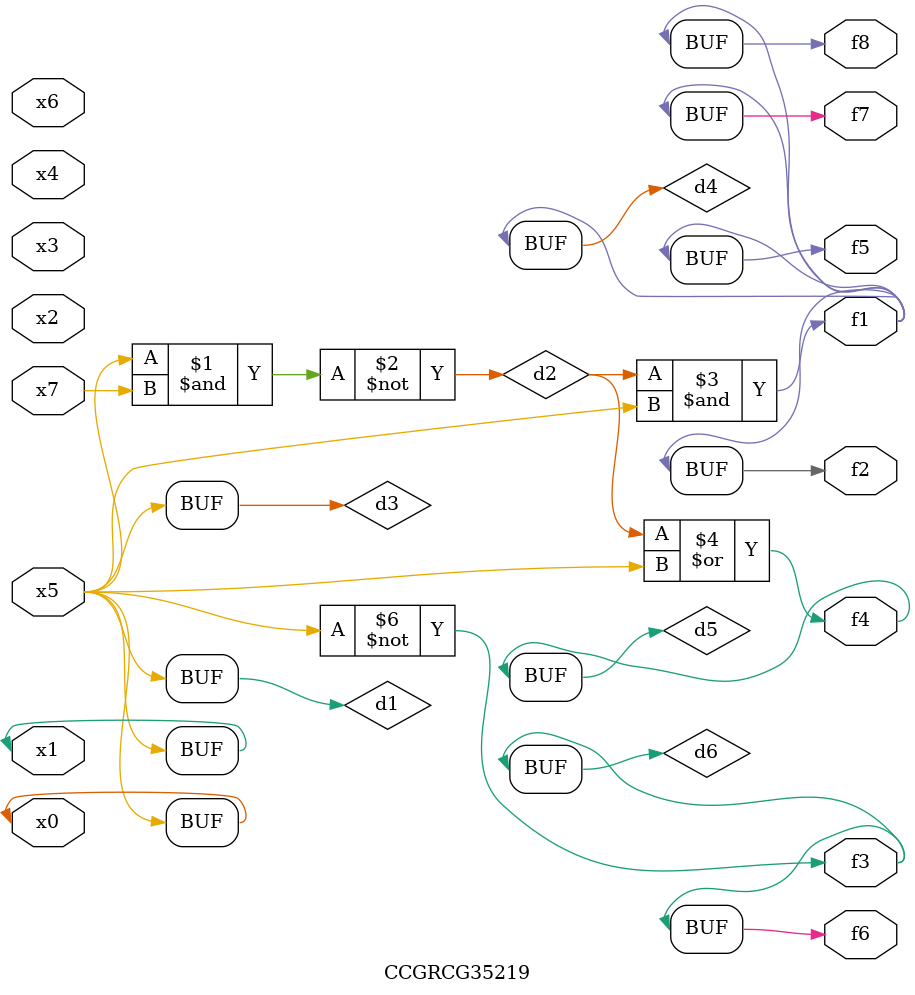
<source format=v>
module CCGRCG35219(
	input x0, x1, x2, x3, x4, x5, x6, x7,
	output f1, f2, f3, f4, f5, f6, f7, f8
);

	wire d1, d2, d3, d4, d5, d6;

	buf (d1, x0, x5);
	nand (d2, x5, x7);
	buf (d3, x0, x1);
	and (d4, d2, d3);
	or (d5, d2, d3);
	nor (d6, d1, d3);
	assign f1 = d4;
	assign f2 = d4;
	assign f3 = d6;
	assign f4 = d5;
	assign f5 = d4;
	assign f6 = d6;
	assign f7 = d4;
	assign f8 = d4;
endmodule

</source>
